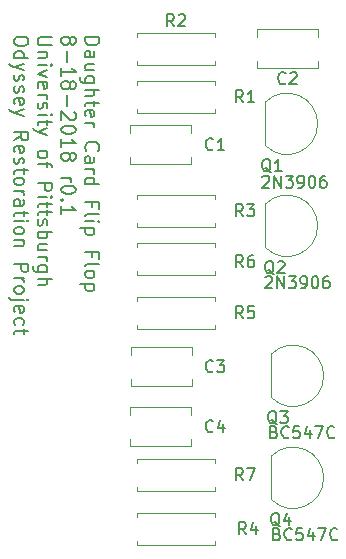
<source format=gbr>
G04 #@! TF.GenerationSoftware,KiCad,Pcbnew,(2017-12-21 revision 23d71cfa9)-makepkg*
G04 #@! TF.CreationDate,2018-08-18T12:49:31-04:00*
G04 #@! TF.ProjectId,OdysseyDaughterCardFlipFlop,4F647973736579446175676874657243,0.1*
G04 #@! TF.SameCoordinates,Original*
G04 #@! TF.FileFunction,Legend,Top*
G04 #@! TF.FilePolarity,Positive*
%FSLAX46Y46*%
G04 Gerber Fmt 4.6, Leading zero omitted, Abs format (unit mm)*
G04 Created by KiCad (PCBNEW (2017-12-21 revision 23d71cfa9)-makepkg) date 08/18/18 12:49:31*
%MOMM*%
%LPD*%
G01*
G04 APERTURE LIST*
%ADD10C,0.200000*%
%ADD11C,0.120000*%
%ADD12C,0.150000*%
G04 APERTURE END LIST*
D10*
X133267142Y-79790714D02*
X134467142Y-79790714D01*
X134467142Y-80076428D01*
X134410000Y-80247857D01*
X134295714Y-80362142D01*
X134181428Y-80419285D01*
X133952857Y-80476428D01*
X133781428Y-80476428D01*
X133552857Y-80419285D01*
X133438571Y-80362142D01*
X133324285Y-80247857D01*
X133267142Y-80076428D01*
X133267142Y-79790714D01*
X133267142Y-81505000D02*
X133895714Y-81505000D01*
X134010000Y-81447857D01*
X134067142Y-81333571D01*
X134067142Y-81105000D01*
X134010000Y-80990714D01*
X133324285Y-81505000D02*
X133267142Y-81390714D01*
X133267142Y-81105000D01*
X133324285Y-80990714D01*
X133438571Y-80933571D01*
X133552857Y-80933571D01*
X133667142Y-80990714D01*
X133724285Y-81105000D01*
X133724285Y-81390714D01*
X133781428Y-81505000D01*
X134067142Y-82590714D02*
X133267142Y-82590714D01*
X134067142Y-82076428D02*
X133438571Y-82076428D01*
X133324285Y-82133571D01*
X133267142Y-82247857D01*
X133267142Y-82419285D01*
X133324285Y-82533571D01*
X133381428Y-82590714D01*
X134067142Y-83676428D02*
X133095714Y-83676428D01*
X132981428Y-83619285D01*
X132924285Y-83562142D01*
X132867142Y-83447857D01*
X132867142Y-83276428D01*
X132924285Y-83162142D01*
X133324285Y-83676428D02*
X133267142Y-83562142D01*
X133267142Y-83333571D01*
X133324285Y-83219285D01*
X133381428Y-83162142D01*
X133495714Y-83105000D01*
X133838571Y-83105000D01*
X133952857Y-83162142D01*
X134010000Y-83219285D01*
X134067142Y-83333571D01*
X134067142Y-83562142D01*
X134010000Y-83676428D01*
X133267142Y-84247857D02*
X134467142Y-84247857D01*
X133267142Y-84762142D02*
X133895714Y-84762142D01*
X134010000Y-84705000D01*
X134067142Y-84590714D01*
X134067142Y-84419285D01*
X134010000Y-84305000D01*
X133952857Y-84247857D01*
X134067142Y-85162142D02*
X134067142Y-85619285D01*
X134467142Y-85333571D02*
X133438571Y-85333571D01*
X133324285Y-85390714D01*
X133267142Y-85505000D01*
X133267142Y-85619285D01*
X133324285Y-86476428D02*
X133267142Y-86362142D01*
X133267142Y-86133571D01*
X133324285Y-86019285D01*
X133438571Y-85962142D01*
X133895714Y-85962142D01*
X134010000Y-86019285D01*
X134067142Y-86133571D01*
X134067142Y-86362142D01*
X134010000Y-86476428D01*
X133895714Y-86533571D01*
X133781428Y-86533571D01*
X133667142Y-85962142D01*
X133267142Y-87047857D02*
X134067142Y-87047857D01*
X133838571Y-87047857D02*
X133952857Y-87105000D01*
X134010000Y-87162142D01*
X134067142Y-87276428D01*
X134067142Y-87390714D01*
X133381428Y-89390714D02*
X133324285Y-89333571D01*
X133267142Y-89162142D01*
X133267142Y-89047857D01*
X133324285Y-88876428D01*
X133438571Y-88762142D01*
X133552857Y-88705000D01*
X133781428Y-88647857D01*
X133952857Y-88647857D01*
X134181428Y-88705000D01*
X134295714Y-88762142D01*
X134410000Y-88876428D01*
X134467142Y-89047857D01*
X134467142Y-89162142D01*
X134410000Y-89333571D01*
X134352857Y-89390714D01*
X133267142Y-90419285D02*
X133895714Y-90419285D01*
X134010000Y-90362142D01*
X134067142Y-90247857D01*
X134067142Y-90019285D01*
X134010000Y-89905000D01*
X133324285Y-90419285D02*
X133267142Y-90305000D01*
X133267142Y-90019285D01*
X133324285Y-89905000D01*
X133438571Y-89847857D01*
X133552857Y-89847857D01*
X133667142Y-89905000D01*
X133724285Y-90019285D01*
X133724285Y-90305000D01*
X133781428Y-90419285D01*
X133267142Y-90990714D02*
X134067142Y-90990714D01*
X133838571Y-90990714D02*
X133952857Y-91047857D01*
X134010000Y-91105000D01*
X134067142Y-91219285D01*
X134067142Y-91333571D01*
X133267142Y-92247857D02*
X134467142Y-92247857D01*
X133324285Y-92247857D02*
X133267142Y-92133571D01*
X133267142Y-91905000D01*
X133324285Y-91790714D01*
X133381428Y-91733571D01*
X133495714Y-91676428D01*
X133838571Y-91676428D01*
X133952857Y-91733571D01*
X134010000Y-91790714D01*
X134067142Y-91905000D01*
X134067142Y-92133571D01*
X134010000Y-92247857D01*
X133895714Y-94133571D02*
X133895714Y-93733571D01*
X133267142Y-93733571D02*
X134467142Y-93733571D01*
X134467142Y-94305000D01*
X133267142Y-94933571D02*
X133324285Y-94819285D01*
X133438571Y-94762142D01*
X134467142Y-94762142D01*
X133267142Y-95390714D02*
X134067142Y-95390714D01*
X134467142Y-95390714D02*
X134410000Y-95333571D01*
X134352857Y-95390714D01*
X134410000Y-95447857D01*
X134467142Y-95390714D01*
X134352857Y-95390714D01*
X134067142Y-95962142D02*
X132867142Y-95962142D01*
X134010000Y-95962142D02*
X134067142Y-96076428D01*
X134067142Y-96305000D01*
X134010000Y-96419285D01*
X133952857Y-96476428D01*
X133838571Y-96533571D01*
X133495714Y-96533571D01*
X133381428Y-96476428D01*
X133324285Y-96419285D01*
X133267142Y-96305000D01*
X133267142Y-96076428D01*
X133324285Y-95962142D01*
X133895714Y-98362142D02*
X133895714Y-97962142D01*
X133267142Y-97962142D02*
X134467142Y-97962142D01*
X134467142Y-98533571D01*
X133267142Y-99162142D02*
X133324285Y-99047857D01*
X133438571Y-98990714D01*
X134467142Y-98990714D01*
X133267142Y-99790714D02*
X133324285Y-99676428D01*
X133381428Y-99619285D01*
X133495714Y-99562142D01*
X133838571Y-99562142D01*
X133952857Y-99619285D01*
X134010000Y-99676428D01*
X134067142Y-99790714D01*
X134067142Y-99962142D01*
X134010000Y-100076428D01*
X133952857Y-100133571D01*
X133838571Y-100190714D01*
X133495714Y-100190714D01*
X133381428Y-100133571D01*
X133324285Y-100076428D01*
X133267142Y-99962142D01*
X133267142Y-99790714D01*
X134067142Y-100705000D02*
X132867142Y-100705000D01*
X134010000Y-100705000D02*
X134067142Y-100819285D01*
X134067142Y-101047857D01*
X134010000Y-101162142D01*
X133952857Y-101219285D01*
X133838571Y-101276428D01*
X133495714Y-101276428D01*
X133381428Y-101219285D01*
X133324285Y-101162142D01*
X133267142Y-101047857D01*
X133267142Y-100819285D01*
X133324285Y-100705000D01*
X131952857Y-79962142D02*
X132010000Y-79847857D01*
X132067142Y-79790714D01*
X132181428Y-79733571D01*
X132238571Y-79733571D01*
X132352857Y-79790714D01*
X132410000Y-79847857D01*
X132467142Y-79962142D01*
X132467142Y-80190714D01*
X132410000Y-80305000D01*
X132352857Y-80362142D01*
X132238571Y-80419285D01*
X132181428Y-80419285D01*
X132067142Y-80362142D01*
X132010000Y-80305000D01*
X131952857Y-80190714D01*
X131952857Y-79962142D01*
X131895714Y-79847857D01*
X131838571Y-79790714D01*
X131724285Y-79733571D01*
X131495714Y-79733571D01*
X131381428Y-79790714D01*
X131324285Y-79847857D01*
X131267142Y-79962142D01*
X131267142Y-80190714D01*
X131324285Y-80305000D01*
X131381428Y-80362142D01*
X131495714Y-80419285D01*
X131724285Y-80419285D01*
X131838571Y-80362142D01*
X131895714Y-80305000D01*
X131952857Y-80190714D01*
X131724285Y-80933571D02*
X131724285Y-81847857D01*
X131267142Y-83047857D02*
X131267142Y-82362142D01*
X131267142Y-82705000D02*
X132467142Y-82705000D01*
X132295714Y-82590714D01*
X132181428Y-82476428D01*
X132124285Y-82362142D01*
X131952857Y-83733571D02*
X132010000Y-83619285D01*
X132067142Y-83562142D01*
X132181428Y-83505000D01*
X132238571Y-83505000D01*
X132352857Y-83562142D01*
X132410000Y-83619285D01*
X132467142Y-83733571D01*
X132467142Y-83962142D01*
X132410000Y-84076428D01*
X132352857Y-84133571D01*
X132238571Y-84190714D01*
X132181428Y-84190714D01*
X132067142Y-84133571D01*
X132010000Y-84076428D01*
X131952857Y-83962142D01*
X131952857Y-83733571D01*
X131895714Y-83619285D01*
X131838571Y-83562142D01*
X131724285Y-83505000D01*
X131495714Y-83505000D01*
X131381428Y-83562142D01*
X131324285Y-83619285D01*
X131267142Y-83733571D01*
X131267142Y-83962142D01*
X131324285Y-84076428D01*
X131381428Y-84133571D01*
X131495714Y-84190714D01*
X131724285Y-84190714D01*
X131838571Y-84133571D01*
X131895714Y-84076428D01*
X131952857Y-83962142D01*
X131724285Y-84705000D02*
X131724285Y-85619285D01*
X132352857Y-86133571D02*
X132410000Y-86190714D01*
X132467142Y-86305000D01*
X132467142Y-86590714D01*
X132410000Y-86705000D01*
X132352857Y-86762142D01*
X132238571Y-86819285D01*
X132124285Y-86819285D01*
X131952857Y-86762142D01*
X131267142Y-86076428D01*
X131267142Y-86819285D01*
X132467142Y-87562142D02*
X132467142Y-87676428D01*
X132410000Y-87790714D01*
X132352857Y-87847857D01*
X132238571Y-87905000D01*
X132010000Y-87962142D01*
X131724285Y-87962142D01*
X131495714Y-87905000D01*
X131381428Y-87847857D01*
X131324285Y-87790714D01*
X131267142Y-87676428D01*
X131267142Y-87562142D01*
X131324285Y-87447857D01*
X131381428Y-87390714D01*
X131495714Y-87333571D01*
X131724285Y-87276428D01*
X132010000Y-87276428D01*
X132238571Y-87333571D01*
X132352857Y-87390714D01*
X132410000Y-87447857D01*
X132467142Y-87562142D01*
X131267142Y-89105000D02*
X131267142Y-88419285D01*
X131267142Y-88762142D02*
X132467142Y-88762142D01*
X132295714Y-88647857D01*
X132181428Y-88533571D01*
X132124285Y-88419285D01*
X131952857Y-89790714D02*
X132010000Y-89676428D01*
X132067142Y-89619285D01*
X132181428Y-89562142D01*
X132238571Y-89562142D01*
X132352857Y-89619285D01*
X132410000Y-89676428D01*
X132467142Y-89790714D01*
X132467142Y-90019285D01*
X132410000Y-90133571D01*
X132352857Y-90190714D01*
X132238571Y-90247857D01*
X132181428Y-90247857D01*
X132067142Y-90190714D01*
X132010000Y-90133571D01*
X131952857Y-90019285D01*
X131952857Y-89790714D01*
X131895714Y-89676428D01*
X131838571Y-89619285D01*
X131724285Y-89562142D01*
X131495714Y-89562142D01*
X131381428Y-89619285D01*
X131324285Y-89676428D01*
X131267142Y-89790714D01*
X131267142Y-90019285D01*
X131324285Y-90133571D01*
X131381428Y-90190714D01*
X131495714Y-90247857D01*
X131724285Y-90247857D01*
X131838571Y-90190714D01*
X131895714Y-90133571D01*
X131952857Y-90019285D01*
X131267142Y-91676428D02*
X132067142Y-91676428D01*
X131838571Y-91676428D02*
X131952857Y-91733571D01*
X132010000Y-91790714D01*
X132067142Y-91905000D01*
X132067142Y-92019285D01*
X132467142Y-92647857D02*
X132467142Y-92762142D01*
X132410000Y-92876428D01*
X132352857Y-92933571D01*
X132238571Y-92990714D01*
X132010000Y-93047857D01*
X131724285Y-93047857D01*
X131495714Y-92990714D01*
X131381428Y-92933571D01*
X131324285Y-92876428D01*
X131267142Y-92762142D01*
X131267142Y-92647857D01*
X131324285Y-92533571D01*
X131381428Y-92476428D01*
X131495714Y-92419285D01*
X131724285Y-92362142D01*
X132010000Y-92362142D01*
X132238571Y-92419285D01*
X132352857Y-92476428D01*
X132410000Y-92533571D01*
X132467142Y-92647857D01*
X131381428Y-93562142D02*
X131324285Y-93619285D01*
X131267142Y-93562142D01*
X131324285Y-93505000D01*
X131381428Y-93562142D01*
X131267142Y-93562142D01*
X131267142Y-94762142D02*
X131267142Y-94076428D01*
X131267142Y-94419285D02*
X132467142Y-94419285D01*
X132295714Y-94305000D01*
X132181428Y-94190714D01*
X132124285Y-94076428D01*
X130467142Y-79790714D02*
X129495714Y-79790714D01*
X129381428Y-79847857D01*
X129324285Y-79905000D01*
X129267142Y-80019285D01*
X129267142Y-80247857D01*
X129324285Y-80362142D01*
X129381428Y-80419285D01*
X129495714Y-80476428D01*
X130467142Y-80476428D01*
X130067142Y-81047857D02*
X129267142Y-81047857D01*
X129952857Y-81047857D02*
X130010000Y-81105000D01*
X130067142Y-81219285D01*
X130067142Y-81390714D01*
X130010000Y-81505000D01*
X129895714Y-81562142D01*
X129267142Y-81562142D01*
X129267142Y-82133571D02*
X130067142Y-82133571D01*
X130467142Y-82133571D02*
X130410000Y-82076428D01*
X130352857Y-82133571D01*
X130410000Y-82190714D01*
X130467142Y-82133571D01*
X130352857Y-82133571D01*
X130067142Y-82590714D02*
X129267142Y-82876428D01*
X130067142Y-83162142D01*
X129324285Y-84076428D02*
X129267142Y-83962142D01*
X129267142Y-83733571D01*
X129324285Y-83619285D01*
X129438571Y-83562142D01*
X129895714Y-83562142D01*
X130010000Y-83619285D01*
X130067142Y-83733571D01*
X130067142Y-83962142D01*
X130010000Y-84076428D01*
X129895714Y-84133571D01*
X129781428Y-84133571D01*
X129667142Y-83562142D01*
X129267142Y-84647857D02*
X130067142Y-84647857D01*
X129838571Y-84647857D02*
X129952857Y-84705000D01*
X130010000Y-84762142D01*
X130067142Y-84876428D01*
X130067142Y-84990714D01*
X129324285Y-85333571D02*
X129267142Y-85447857D01*
X129267142Y-85676428D01*
X129324285Y-85790714D01*
X129438571Y-85847857D01*
X129495714Y-85847857D01*
X129610000Y-85790714D01*
X129667142Y-85676428D01*
X129667142Y-85505000D01*
X129724285Y-85390714D01*
X129838571Y-85333571D01*
X129895714Y-85333571D01*
X130010000Y-85390714D01*
X130067142Y-85505000D01*
X130067142Y-85676428D01*
X130010000Y-85790714D01*
X129267142Y-86362142D02*
X130067142Y-86362142D01*
X130467142Y-86362142D02*
X130410000Y-86305000D01*
X130352857Y-86362142D01*
X130410000Y-86419285D01*
X130467142Y-86362142D01*
X130352857Y-86362142D01*
X130067142Y-86762142D02*
X130067142Y-87219285D01*
X130467142Y-86933571D02*
X129438571Y-86933571D01*
X129324285Y-86990714D01*
X129267142Y-87105000D01*
X129267142Y-87219285D01*
X130067142Y-87505000D02*
X129267142Y-87790714D01*
X130067142Y-88076428D02*
X129267142Y-87790714D01*
X128981428Y-87676428D01*
X128924285Y-87619285D01*
X128867142Y-87505000D01*
X129267142Y-89619285D02*
X129324285Y-89505000D01*
X129381428Y-89447857D01*
X129495714Y-89390714D01*
X129838571Y-89390714D01*
X129952857Y-89447857D01*
X130010000Y-89505000D01*
X130067142Y-89619285D01*
X130067142Y-89790714D01*
X130010000Y-89905000D01*
X129952857Y-89962142D01*
X129838571Y-90019285D01*
X129495714Y-90019285D01*
X129381428Y-89962142D01*
X129324285Y-89905000D01*
X129267142Y-89790714D01*
X129267142Y-89619285D01*
X130067142Y-90362142D02*
X130067142Y-90819285D01*
X129267142Y-90533571D02*
X130295714Y-90533571D01*
X130410000Y-90590714D01*
X130467142Y-90705000D01*
X130467142Y-90819285D01*
X129267142Y-92133571D02*
X130467142Y-92133571D01*
X130467142Y-92590714D01*
X130410000Y-92705000D01*
X130352857Y-92762142D01*
X130238571Y-92819285D01*
X130067142Y-92819285D01*
X129952857Y-92762142D01*
X129895714Y-92705000D01*
X129838571Y-92590714D01*
X129838571Y-92133571D01*
X129267142Y-93333571D02*
X130067142Y-93333571D01*
X130467142Y-93333571D02*
X130410000Y-93276428D01*
X130352857Y-93333571D01*
X130410000Y-93390714D01*
X130467142Y-93333571D01*
X130352857Y-93333571D01*
X130067142Y-93733571D02*
X130067142Y-94190714D01*
X130467142Y-93905000D02*
X129438571Y-93905000D01*
X129324285Y-93962142D01*
X129267142Y-94076428D01*
X129267142Y-94190714D01*
X130067142Y-94419285D02*
X130067142Y-94876428D01*
X130467142Y-94590714D02*
X129438571Y-94590714D01*
X129324285Y-94647857D01*
X129267142Y-94762142D01*
X129267142Y-94876428D01*
X129324285Y-95219285D02*
X129267142Y-95333571D01*
X129267142Y-95562142D01*
X129324285Y-95676428D01*
X129438571Y-95733571D01*
X129495714Y-95733571D01*
X129610000Y-95676428D01*
X129667142Y-95562142D01*
X129667142Y-95390714D01*
X129724285Y-95276428D01*
X129838571Y-95219285D01*
X129895714Y-95219285D01*
X130010000Y-95276428D01*
X130067142Y-95390714D01*
X130067142Y-95562142D01*
X130010000Y-95676428D01*
X129267142Y-96247857D02*
X130467142Y-96247857D01*
X130010000Y-96247857D02*
X130067142Y-96362142D01*
X130067142Y-96590714D01*
X130010000Y-96705000D01*
X129952857Y-96762142D01*
X129838571Y-96819285D01*
X129495714Y-96819285D01*
X129381428Y-96762142D01*
X129324285Y-96705000D01*
X129267142Y-96590714D01*
X129267142Y-96362142D01*
X129324285Y-96247857D01*
X130067142Y-97847857D02*
X129267142Y-97847857D01*
X130067142Y-97333571D02*
X129438571Y-97333571D01*
X129324285Y-97390714D01*
X129267142Y-97505000D01*
X129267142Y-97676428D01*
X129324285Y-97790714D01*
X129381428Y-97847857D01*
X129267142Y-98419285D02*
X130067142Y-98419285D01*
X129838571Y-98419285D02*
X129952857Y-98476428D01*
X130010000Y-98533571D01*
X130067142Y-98647857D01*
X130067142Y-98762142D01*
X130067142Y-99676428D02*
X129095714Y-99676428D01*
X128981428Y-99619285D01*
X128924285Y-99562142D01*
X128867142Y-99447857D01*
X128867142Y-99276428D01*
X128924285Y-99162142D01*
X129324285Y-99676428D02*
X129267142Y-99562142D01*
X129267142Y-99333571D01*
X129324285Y-99219285D01*
X129381428Y-99162142D01*
X129495714Y-99105000D01*
X129838571Y-99105000D01*
X129952857Y-99162142D01*
X130010000Y-99219285D01*
X130067142Y-99333571D01*
X130067142Y-99562142D01*
X130010000Y-99676428D01*
X129267142Y-100247857D02*
X130467142Y-100247857D01*
X129267142Y-100762142D02*
X129895714Y-100762142D01*
X130010000Y-100705000D01*
X130067142Y-100590714D01*
X130067142Y-100419285D01*
X130010000Y-100305000D01*
X129952857Y-100247857D01*
X128467142Y-80019285D02*
X128467142Y-80247857D01*
X128410000Y-80362142D01*
X128295714Y-80476428D01*
X128067142Y-80533571D01*
X127667142Y-80533571D01*
X127438571Y-80476428D01*
X127324285Y-80362142D01*
X127267142Y-80247857D01*
X127267142Y-80019285D01*
X127324285Y-79905000D01*
X127438571Y-79790714D01*
X127667142Y-79733571D01*
X128067142Y-79733571D01*
X128295714Y-79790714D01*
X128410000Y-79905000D01*
X128467142Y-80019285D01*
X127267142Y-81562142D02*
X128467142Y-81562142D01*
X127324285Y-81562142D02*
X127267142Y-81447857D01*
X127267142Y-81219285D01*
X127324285Y-81105000D01*
X127381428Y-81047857D01*
X127495714Y-80990714D01*
X127838571Y-80990714D01*
X127952857Y-81047857D01*
X128010000Y-81105000D01*
X128067142Y-81219285D01*
X128067142Y-81447857D01*
X128010000Y-81562142D01*
X128067142Y-82019285D02*
X127267142Y-82305000D01*
X128067142Y-82590714D02*
X127267142Y-82305000D01*
X126981428Y-82190714D01*
X126924285Y-82133571D01*
X126867142Y-82019285D01*
X127324285Y-82990714D02*
X127267142Y-83105000D01*
X127267142Y-83333571D01*
X127324285Y-83447857D01*
X127438571Y-83505000D01*
X127495714Y-83505000D01*
X127610000Y-83447857D01*
X127667142Y-83333571D01*
X127667142Y-83162142D01*
X127724285Y-83047857D01*
X127838571Y-82990714D01*
X127895714Y-82990714D01*
X128010000Y-83047857D01*
X128067142Y-83162142D01*
X128067142Y-83333571D01*
X128010000Y-83447857D01*
X127324285Y-83962142D02*
X127267142Y-84076428D01*
X127267142Y-84305000D01*
X127324285Y-84419285D01*
X127438571Y-84476428D01*
X127495714Y-84476428D01*
X127610000Y-84419285D01*
X127667142Y-84305000D01*
X127667142Y-84133571D01*
X127724285Y-84019285D01*
X127838571Y-83962142D01*
X127895714Y-83962142D01*
X128010000Y-84019285D01*
X128067142Y-84133571D01*
X128067142Y-84305000D01*
X128010000Y-84419285D01*
X127324285Y-85447857D02*
X127267142Y-85333571D01*
X127267142Y-85105000D01*
X127324285Y-84990714D01*
X127438571Y-84933571D01*
X127895714Y-84933571D01*
X128010000Y-84990714D01*
X128067142Y-85105000D01*
X128067142Y-85333571D01*
X128010000Y-85447857D01*
X127895714Y-85505000D01*
X127781428Y-85505000D01*
X127667142Y-84933571D01*
X128067142Y-85905000D02*
X127267142Y-86190714D01*
X128067142Y-86476428D02*
X127267142Y-86190714D01*
X126981428Y-86076428D01*
X126924285Y-86019285D01*
X126867142Y-85905000D01*
X127267142Y-88533571D02*
X127838571Y-88133571D01*
X127267142Y-87847857D02*
X128467142Y-87847857D01*
X128467142Y-88305000D01*
X128410000Y-88419285D01*
X128352857Y-88476428D01*
X128238571Y-88533571D01*
X128067142Y-88533571D01*
X127952857Y-88476428D01*
X127895714Y-88419285D01*
X127838571Y-88305000D01*
X127838571Y-87847857D01*
X127324285Y-89505000D02*
X127267142Y-89390714D01*
X127267142Y-89162142D01*
X127324285Y-89047857D01*
X127438571Y-88990714D01*
X127895714Y-88990714D01*
X128010000Y-89047857D01*
X128067142Y-89162142D01*
X128067142Y-89390714D01*
X128010000Y-89505000D01*
X127895714Y-89562142D01*
X127781428Y-89562142D01*
X127667142Y-88990714D01*
X127324285Y-90019285D02*
X127267142Y-90133571D01*
X127267142Y-90362142D01*
X127324285Y-90476428D01*
X127438571Y-90533571D01*
X127495714Y-90533571D01*
X127610000Y-90476428D01*
X127667142Y-90362142D01*
X127667142Y-90190714D01*
X127724285Y-90076428D01*
X127838571Y-90019285D01*
X127895714Y-90019285D01*
X128010000Y-90076428D01*
X128067142Y-90190714D01*
X128067142Y-90362142D01*
X128010000Y-90476428D01*
X128067142Y-90876428D02*
X128067142Y-91333571D01*
X128467142Y-91047857D02*
X127438571Y-91047857D01*
X127324285Y-91105000D01*
X127267142Y-91219285D01*
X127267142Y-91333571D01*
X127267142Y-91905000D02*
X127324285Y-91790714D01*
X127381428Y-91733571D01*
X127495714Y-91676428D01*
X127838571Y-91676428D01*
X127952857Y-91733571D01*
X128010000Y-91790714D01*
X128067142Y-91905000D01*
X128067142Y-92076428D01*
X128010000Y-92190714D01*
X127952857Y-92247857D01*
X127838571Y-92305000D01*
X127495714Y-92305000D01*
X127381428Y-92247857D01*
X127324285Y-92190714D01*
X127267142Y-92076428D01*
X127267142Y-91905000D01*
X127267142Y-92819285D02*
X128067142Y-92819285D01*
X127838571Y-92819285D02*
X127952857Y-92876428D01*
X128010000Y-92933571D01*
X128067142Y-93047857D01*
X128067142Y-93162142D01*
X127267142Y-94076428D02*
X127895714Y-94076428D01*
X128010000Y-94019285D01*
X128067142Y-93905000D01*
X128067142Y-93676428D01*
X128010000Y-93562142D01*
X127324285Y-94076428D02*
X127267142Y-93962142D01*
X127267142Y-93676428D01*
X127324285Y-93562142D01*
X127438571Y-93505000D01*
X127552857Y-93505000D01*
X127667142Y-93562142D01*
X127724285Y-93676428D01*
X127724285Y-93962142D01*
X127781428Y-94076428D01*
X128067142Y-94476428D02*
X128067142Y-94933571D01*
X128467142Y-94647857D02*
X127438571Y-94647857D01*
X127324285Y-94705000D01*
X127267142Y-94819285D01*
X127267142Y-94933571D01*
X127267142Y-95333571D02*
X128067142Y-95333571D01*
X128467142Y-95333571D02*
X128410000Y-95276428D01*
X128352857Y-95333571D01*
X128410000Y-95390714D01*
X128467142Y-95333571D01*
X128352857Y-95333571D01*
X127267142Y-96076428D02*
X127324285Y-95962142D01*
X127381428Y-95905000D01*
X127495714Y-95847857D01*
X127838571Y-95847857D01*
X127952857Y-95905000D01*
X128010000Y-95962142D01*
X128067142Y-96076428D01*
X128067142Y-96247857D01*
X128010000Y-96362142D01*
X127952857Y-96419285D01*
X127838571Y-96476428D01*
X127495714Y-96476428D01*
X127381428Y-96419285D01*
X127324285Y-96362142D01*
X127267142Y-96247857D01*
X127267142Y-96076428D01*
X128067142Y-96990714D02*
X127267142Y-96990714D01*
X127952857Y-96990714D02*
X128010000Y-97047857D01*
X128067142Y-97162142D01*
X128067142Y-97333571D01*
X128010000Y-97447857D01*
X127895714Y-97505000D01*
X127267142Y-97505000D01*
X127267142Y-98990714D02*
X128467142Y-98990714D01*
X128467142Y-99447857D01*
X128410000Y-99562142D01*
X128352857Y-99619285D01*
X128238571Y-99676428D01*
X128067142Y-99676428D01*
X127952857Y-99619285D01*
X127895714Y-99562142D01*
X127838571Y-99447857D01*
X127838571Y-98990714D01*
X127267142Y-100190714D02*
X128067142Y-100190714D01*
X127838571Y-100190714D02*
X127952857Y-100247857D01*
X128010000Y-100305000D01*
X128067142Y-100419285D01*
X128067142Y-100533571D01*
X127267142Y-101105000D02*
X127324285Y-100990714D01*
X127381428Y-100933571D01*
X127495714Y-100876428D01*
X127838571Y-100876428D01*
X127952857Y-100933571D01*
X128010000Y-100990714D01*
X128067142Y-101105000D01*
X128067142Y-101276428D01*
X128010000Y-101390714D01*
X127952857Y-101447857D01*
X127838571Y-101505000D01*
X127495714Y-101505000D01*
X127381428Y-101447857D01*
X127324285Y-101390714D01*
X127267142Y-101276428D01*
X127267142Y-101105000D01*
X128067142Y-102019285D02*
X127038571Y-102019285D01*
X126924285Y-101962142D01*
X126867142Y-101847857D01*
X126867142Y-101790714D01*
X128467142Y-102019285D02*
X128410000Y-101962142D01*
X128352857Y-102019285D01*
X128410000Y-102076428D01*
X128467142Y-102019285D01*
X128352857Y-102019285D01*
X127324285Y-103047857D02*
X127267142Y-102933571D01*
X127267142Y-102705000D01*
X127324285Y-102590714D01*
X127438571Y-102533571D01*
X127895714Y-102533571D01*
X128010000Y-102590714D01*
X128067142Y-102705000D01*
X128067142Y-102933571D01*
X128010000Y-103047857D01*
X127895714Y-103105000D01*
X127781428Y-103105000D01*
X127667142Y-102533571D01*
X127324285Y-104133571D02*
X127267142Y-104019285D01*
X127267142Y-103790714D01*
X127324285Y-103676428D01*
X127381428Y-103619285D01*
X127495714Y-103562142D01*
X127838571Y-103562142D01*
X127952857Y-103619285D01*
X128010000Y-103676428D01*
X128067142Y-103790714D01*
X128067142Y-104019285D01*
X128010000Y-104133571D01*
X128067142Y-104476428D02*
X128067142Y-104933571D01*
X128467142Y-104647857D02*
X127438571Y-104647857D01*
X127324285Y-104705000D01*
X127267142Y-104819285D01*
X127267142Y-104933571D01*
D11*
X142270000Y-89896000D02*
X142270000Y-90560000D01*
X142270000Y-87240000D02*
X142270000Y-87904000D01*
X137050000Y-89896000D02*
X137050000Y-90560000D01*
X137050000Y-87240000D02*
X137050000Y-87904000D01*
X137050000Y-90560000D02*
X142270000Y-90560000D01*
X137050000Y-87240000D02*
X142270000Y-87240000D01*
X147798000Y-79776000D02*
X147798000Y-79112000D01*
X147798000Y-82432000D02*
X147798000Y-81768000D01*
X153018000Y-79776000D02*
X153018000Y-79112000D01*
X153018000Y-82432000D02*
X153018000Y-81768000D01*
X153018000Y-79112000D02*
X147798000Y-79112000D01*
X153018000Y-82432000D02*
X147798000Y-82432000D01*
X142350000Y-109356000D02*
X137130000Y-109356000D01*
X142350000Y-106036000D02*
X137130000Y-106036000D01*
X142350000Y-109356000D02*
X142350000Y-108692000D01*
X142350000Y-106700000D02*
X142350000Y-106036000D01*
X137130000Y-109356000D02*
X137130000Y-108692000D01*
X137130000Y-106700000D02*
X137130000Y-106036000D01*
X137050000Y-111116000D02*
X142270000Y-111116000D01*
X137050000Y-114436000D02*
X142270000Y-114436000D01*
X137050000Y-111116000D02*
X137050000Y-111780000D01*
X137050000Y-113772000D02*
X137050000Y-114436000D01*
X142270000Y-111116000D02*
X142270000Y-111780000D01*
X142270000Y-113772000D02*
X142270000Y-114436000D01*
X148518000Y-85322000D02*
X148518000Y-88922000D01*
X148529522Y-85283522D02*
G75*
G02X152968000Y-87122000I1838478J-1838478D01*
G01*
X148529522Y-88960478D02*
G75*
G03X152968000Y-87122000I1838478J1838478D01*
G01*
X148529522Y-97596478D02*
G75*
G03X152968000Y-95758000I1838478J1838478D01*
G01*
X148529522Y-93919522D02*
G75*
G02X152968000Y-95758000I1838478J-1838478D01*
G01*
X148518000Y-93958000D02*
X148518000Y-97558000D01*
X149026000Y-106658000D02*
X149026000Y-110258000D01*
X149037522Y-106619522D02*
G75*
G02X153476000Y-108458000I1838478J-1838478D01*
G01*
X149037522Y-110296478D02*
G75*
G03X153476000Y-108458000I1838478J1838478D01*
G01*
X149037522Y-118932478D02*
G75*
G03X153476000Y-117094000I1838478J1838478D01*
G01*
X149037522Y-115255522D02*
G75*
G02X153476000Y-117094000I1838478J-1838478D01*
G01*
X149026000Y-115294000D02*
X149026000Y-118894000D01*
X137700000Y-83796000D02*
X137700000Y-83466000D01*
X137700000Y-83466000D02*
X144240000Y-83466000D01*
X144240000Y-83466000D02*
X144240000Y-83796000D01*
X137700000Y-85876000D02*
X137700000Y-86206000D01*
X137700000Y-86206000D02*
X144240000Y-86206000D01*
X144240000Y-86206000D02*
X144240000Y-85876000D01*
X144240000Y-82142000D02*
X144240000Y-81812000D01*
X137700000Y-82142000D02*
X144240000Y-82142000D01*
X137700000Y-81812000D02*
X137700000Y-82142000D01*
X144240000Y-79402000D02*
X144240000Y-79732000D01*
X137700000Y-79402000D02*
X144240000Y-79402000D01*
X137700000Y-79732000D02*
X137700000Y-79402000D01*
X137700000Y-93118000D02*
X137700000Y-93448000D01*
X144240000Y-93118000D02*
X137700000Y-93118000D01*
X144240000Y-93448000D02*
X144240000Y-93118000D01*
X137700000Y-95858000D02*
X137700000Y-95528000D01*
X144240000Y-95858000D02*
X137700000Y-95858000D01*
X144240000Y-95528000D02*
X144240000Y-95858000D01*
X144240000Y-122782000D02*
X144240000Y-122452000D01*
X137700000Y-122782000D02*
X144240000Y-122782000D01*
X137700000Y-122452000D02*
X137700000Y-122782000D01*
X144240000Y-120042000D02*
X144240000Y-120372000D01*
X137700000Y-120042000D02*
X144240000Y-120042000D01*
X137700000Y-120372000D02*
X137700000Y-120042000D01*
X137700000Y-102084000D02*
X137700000Y-101754000D01*
X137700000Y-101754000D02*
X144240000Y-101754000D01*
X144240000Y-101754000D02*
X144240000Y-102084000D01*
X137700000Y-104164000D02*
X137700000Y-104494000D01*
X137700000Y-104494000D02*
X144240000Y-104494000D01*
X144240000Y-104494000D02*
X144240000Y-104164000D01*
X137700000Y-97512000D02*
X137700000Y-97182000D01*
X137700000Y-97182000D02*
X144240000Y-97182000D01*
X144240000Y-97182000D02*
X144240000Y-97512000D01*
X137700000Y-99592000D02*
X137700000Y-99922000D01*
X137700000Y-99922000D02*
X144240000Y-99922000D01*
X144240000Y-99922000D02*
X144240000Y-99592000D01*
X144240000Y-117880000D02*
X144240000Y-118210000D01*
X144240000Y-118210000D02*
X137700000Y-118210000D01*
X137700000Y-118210000D02*
X137700000Y-117880000D01*
X144240000Y-115800000D02*
X144240000Y-115470000D01*
X144240000Y-115470000D02*
X137700000Y-115470000D01*
X137700000Y-115470000D02*
X137700000Y-115800000D01*
D12*
X144105333Y-89257142D02*
X144057714Y-89304761D01*
X143914857Y-89352380D01*
X143819619Y-89352380D01*
X143676761Y-89304761D01*
X143581523Y-89209523D01*
X143533904Y-89114285D01*
X143486285Y-88923809D01*
X143486285Y-88780952D01*
X143533904Y-88590476D01*
X143581523Y-88495238D01*
X143676761Y-88400000D01*
X143819619Y-88352380D01*
X143914857Y-88352380D01*
X144057714Y-88400000D01*
X144105333Y-88447619D01*
X145057714Y-89352380D02*
X144486285Y-89352380D01*
X144772000Y-89352380D02*
X144772000Y-88352380D01*
X144676761Y-88495238D01*
X144581523Y-88590476D01*
X144486285Y-88638095D01*
X150241333Y-83669142D02*
X150193714Y-83716761D01*
X150050857Y-83764380D01*
X149955619Y-83764380D01*
X149812761Y-83716761D01*
X149717523Y-83621523D01*
X149669904Y-83526285D01*
X149622285Y-83335809D01*
X149622285Y-83192952D01*
X149669904Y-83002476D01*
X149717523Y-82907238D01*
X149812761Y-82812000D01*
X149955619Y-82764380D01*
X150050857Y-82764380D01*
X150193714Y-82812000D01*
X150241333Y-82859619D01*
X150622285Y-82859619D02*
X150669904Y-82812000D01*
X150765142Y-82764380D01*
X151003238Y-82764380D01*
X151098476Y-82812000D01*
X151146095Y-82859619D01*
X151193714Y-82954857D01*
X151193714Y-83050095D01*
X151146095Y-83192952D01*
X150574666Y-83764380D01*
X151193714Y-83764380D01*
X144105333Y-108053142D02*
X144057714Y-108100761D01*
X143914857Y-108148380D01*
X143819619Y-108148380D01*
X143676761Y-108100761D01*
X143581523Y-108005523D01*
X143533904Y-107910285D01*
X143486285Y-107719809D01*
X143486285Y-107576952D01*
X143533904Y-107386476D01*
X143581523Y-107291238D01*
X143676761Y-107196000D01*
X143819619Y-107148380D01*
X143914857Y-107148380D01*
X144057714Y-107196000D01*
X144105333Y-107243619D01*
X144438666Y-107148380D02*
X145057714Y-107148380D01*
X144724380Y-107529333D01*
X144867238Y-107529333D01*
X144962476Y-107576952D01*
X145010095Y-107624571D01*
X145057714Y-107719809D01*
X145057714Y-107957904D01*
X145010095Y-108053142D01*
X144962476Y-108100761D01*
X144867238Y-108148380D01*
X144581523Y-108148380D01*
X144486285Y-108100761D01*
X144438666Y-108053142D01*
X144105333Y-113133142D02*
X144057714Y-113180761D01*
X143914857Y-113228380D01*
X143819619Y-113228380D01*
X143676761Y-113180761D01*
X143581523Y-113085523D01*
X143533904Y-112990285D01*
X143486285Y-112799809D01*
X143486285Y-112656952D01*
X143533904Y-112466476D01*
X143581523Y-112371238D01*
X143676761Y-112276000D01*
X143819619Y-112228380D01*
X143914857Y-112228380D01*
X144057714Y-112276000D01*
X144105333Y-112323619D01*
X144962476Y-112561714D02*
X144962476Y-113228380D01*
X144724380Y-112180761D02*
X144486285Y-112895047D01*
X145105333Y-112895047D01*
X149002761Y-91225619D02*
X148907523Y-91178000D01*
X148812285Y-91082761D01*
X148669428Y-90939904D01*
X148574190Y-90892285D01*
X148478952Y-90892285D01*
X148526571Y-91130380D02*
X148431333Y-91082761D01*
X148336095Y-90987523D01*
X148288476Y-90797047D01*
X148288476Y-90463714D01*
X148336095Y-90273238D01*
X148431333Y-90178000D01*
X148526571Y-90130380D01*
X148717047Y-90130380D01*
X148812285Y-90178000D01*
X148907523Y-90273238D01*
X148955142Y-90463714D01*
X148955142Y-90797047D01*
X148907523Y-90987523D01*
X148812285Y-91082761D01*
X148717047Y-91130380D01*
X148526571Y-91130380D01*
X149907523Y-91130380D02*
X149336095Y-91130380D01*
X149621809Y-91130380D02*
X149621809Y-90130380D01*
X149526571Y-90273238D01*
X149431333Y-90368476D01*
X149336095Y-90416095D01*
X148288714Y-91622619D02*
X148336333Y-91575000D01*
X148431571Y-91527380D01*
X148669666Y-91527380D01*
X148764904Y-91575000D01*
X148812523Y-91622619D01*
X148860142Y-91717857D01*
X148860142Y-91813095D01*
X148812523Y-91955952D01*
X148241095Y-92527380D01*
X148860142Y-92527380D01*
X149288714Y-92527380D02*
X149288714Y-91527380D01*
X149860142Y-92527380D01*
X149860142Y-91527380D01*
X150241095Y-91527380D02*
X150860142Y-91527380D01*
X150526809Y-91908333D01*
X150669666Y-91908333D01*
X150764904Y-91955952D01*
X150812523Y-92003571D01*
X150860142Y-92098809D01*
X150860142Y-92336904D01*
X150812523Y-92432142D01*
X150764904Y-92479761D01*
X150669666Y-92527380D01*
X150383952Y-92527380D01*
X150288714Y-92479761D01*
X150241095Y-92432142D01*
X151336333Y-92527380D02*
X151526809Y-92527380D01*
X151622047Y-92479761D01*
X151669666Y-92432142D01*
X151764904Y-92289285D01*
X151812523Y-92098809D01*
X151812523Y-91717857D01*
X151764904Y-91622619D01*
X151717285Y-91575000D01*
X151622047Y-91527380D01*
X151431571Y-91527380D01*
X151336333Y-91575000D01*
X151288714Y-91622619D01*
X151241095Y-91717857D01*
X151241095Y-91955952D01*
X151288714Y-92051190D01*
X151336333Y-92098809D01*
X151431571Y-92146428D01*
X151622047Y-92146428D01*
X151717285Y-92098809D01*
X151764904Y-92051190D01*
X151812523Y-91955952D01*
X152431571Y-91527380D02*
X152526809Y-91527380D01*
X152622047Y-91575000D01*
X152669666Y-91622619D01*
X152717285Y-91717857D01*
X152764904Y-91908333D01*
X152764904Y-92146428D01*
X152717285Y-92336904D01*
X152669666Y-92432142D01*
X152622047Y-92479761D01*
X152526809Y-92527380D01*
X152431571Y-92527380D01*
X152336333Y-92479761D01*
X152288714Y-92432142D01*
X152241095Y-92336904D01*
X152193476Y-92146428D01*
X152193476Y-91908333D01*
X152241095Y-91717857D01*
X152288714Y-91622619D01*
X152336333Y-91575000D01*
X152431571Y-91527380D01*
X153622047Y-91527380D02*
X153431571Y-91527380D01*
X153336333Y-91575000D01*
X153288714Y-91622619D01*
X153193476Y-91765476D01*
X153145857Y-91955952D01*
X153145857Y-92336904D01*
X153193476Y-92432142D01*
X153241095Y-92479761D01*
X153336333Y-92527380D01*
X153526809Y-92527380D01*
X153622047Y-92479761D01*
X153669666Y-92432142D01*
X153717285Y-92336904D01*
X153717285Y-92098809D01*
X153669666Y-92003571D01*
X153622047Y-91955952D01*
X153526809Y-91908333D01*
X153336333Y-91908333D01*
X153241095Y-91955952D01*
X153193476Y-92003571D01*
X153145857Y-92098809D01*
X149256761Y-99861619D02*
X149161523Y-99814000D01*
X149066285Y-99718761D01*
X148923428Y-99575904D01*
X148828190Y-99528285D01*
X148732952Y-99528285D01*
X148780571Y-99766380D02*
X148685333Y-99718761D01*
X148590095Y-99623523D01*
X148542476Y-99433047D01*
X148542476Y-99099714D01*
X148590095Y-98909238D01*
X148685333Y-98814000D01*
X148780571Y-98766380D01*
X148971047Y-98766380D01*
X149066285Y-98814000D01*
X149161523Y-98909238D01*
X149209142Y-99099714D01*
X149209142Y-99433047D01*
X149161523Y-99623523D01*
X149066285Y-99718761D01*
X148971047Y-99766380D01*
X148780571Y-99766380D01*
X149590095Y-98861619D02*
X149637714Y-98814000D01*
X149732952Y-98766380D01*
X149971047Y-98766380D01*
X150066285Y-98814000D01*
X150113904Y-98861619D01*
X150161523Y-98956857D01*
X150161523Y-99052095D01*
X150113904Y-99194952D01*
X149542476Y-99766380D01*
X150161523Y-99766380D01*
X148542714Y-100131619D02*
X148590333Y-100084000D01*
X148685571Y-100036380D01*
X148923666Y-100036380D01*
X149018904Y-100084000D01*
X149066523Y-100131619D01*
X149114142Y-100226857D01*
X149114142Y-100322095D01*
X149066523Y-100464952D01*
X148495095Y-101036380D01*
X149114142Y-101036380D01*
X149542714Y-101036380D02*
X149542714Y-100036380D01*
X150114142Y-101036380D01*
X150114142Y-100036380D01*
X150495095Y-100036380D02*
X151114142Y-100036380D01*
X150780809Y-100417333D01*
X150923666Y-100417333D01*
X151018904Y-100464952D01*
X151066523Y-100512571D01*
X151114142Y-100607809D01*
X151114142Y-100845904D01*
X151066523Y-100941142D01*
X151018904Y-100988761D01*
X150923666Y-101036380D01*
X150637952Y-101036380D01*
X150542714Y-100988761D01*
X150495095Y-100941142D01*
X151590333Y-101036380D02*
X151780809Y-101036380D01*
X151876047Y-100988761D01*
X151923666Y-100941142D01*
X152018904Y-100798285D01*
X152066523Y-100607809D01*
X152066523Y-100226857D01*
X152018904Y-100131619D01*
X151971285Y-100084000D01*
X151876047Y-100036380D01*
X151685571Y-100036380D01*
X151590333Y-100084000D01*
X151542714Y-100131619D01*
X151495095Y-100226857D01*
X151495095Y-100464952D01*
X151542714Y-100560190D01*
X151590333Y-100607809D01*
X151685571Y-100655428D01*
X151876047Y-100655428D01*
X151971285Y-100607809D01*
X152018904Y-100560190D01*
X152066523Y-100464952D01*
X152685571Y-100036380D02*
X152780809Y-100036380D01*
X152876047Y-100084000D01*
X152923666Y-100131619D01*
X152971285Y-100226857D01*
X153018904Y-100417333D01*
X153018904Y-100655428D01*
X152971285Y-100845904D01*
X152923666Y-100941142D01*
X152876047Y-100988761D01*
X152780809Y-101036380D01*
X152685571Y-101036380D01*
X152590333Y-100988761D01*
X152542714Y-100941142D01*
X152495095Y-100845904D01*
X152447476Y-100655428D01*
X152447476Y-100417333D01*
X152495095Y-100226857D01*
X152542714Y-100131619D01*
X152590333Y-100084000D01*
X152685571Y-100036380D01*
X153876047Y-100036380D02*
X153685571Y-100036380D01*
X153590333Y-100084000D01*
X153542714Y-100131619D01*
X153447476Y-100274476D01*
X153399857Y-100464952D01*
X153399857Y-100845904D01*
X153447476Y-100941142D01*
X153495095Y-100988761D01*
X153590333Y-101036380D01*
X153780809Y-101036380D01*
X153876047Y-100988761D01*
X153923666Y-100941142D01*
X153971285Y-100845904D01*
X153971285Y-100607809D01*
X153923666Y-100512571D01*
X153876047Y-100464952D01*
X153780809Y-100417333D01*
X153590333Y-100417333D01*
X153495095Y-100464952D01*
X153447476Y-100512571D01*
X153399857Y-100607809D01*
X149510761Y-112561619D02*
X149415523Y-112514000D01*
X149320285Y-112418761D01*
X149177428Y-112275904D01*
X149082190Y-112228285D01*
X148986952Y-112228285D01*
X149034571Y-112466380D02*
X148939333Y-112418761D01*
X148844095Y-112323523D01*
X148796476Y-112133047D01*
X148796476Y-111799714D01*
X148844095Y-111609238D01*
X148939333Y-111514000D01*
X149034571Y-111466380D01*
X149225047Y-111466380D01*
X149320285Y-111514000D01*
X149415523Y-111609238D01*
X149463142Y-111799714D01*
X149463142Y-112133047D01*
X149415523Y-112323523D01*
X149320285Y-112418761D01*
X149225047Y-112466380D01*
X149034571Y-112466380D01*
X149796476Y-111466380D02*
X150415523Y-111466380D01*
X150082190Y-111847333D01*
X150225047Y-111847333D01*
X150320285Y-111894952D01*
X150367904Y-111942571D01*
X150415523Y-112037809D01*
X150415523Y-112275904D01*
X150367904Y-112371142D01*
X150320285Y-112418761D01*
X150225047Y-112466380D01*
X149939333Y-112466380D01*
X149844095Y-112418761D01*
X149796476Y-112371142D01*
X149280857Y-113212571D02*
X149423714Y-113260190D01*
X149471333Y-113307809D01*
X149518952Y-113403047D01*
X149518952Y-113545904D01*
X149471333Y-113641142D01*
X149423714Y-113688761D01*
X149328476Y-113736380D01*
X148947523Y-113736380D01*
X148947523Y-112736380D01*
X149280857Y-112736380D01*
X149376095Y-112784000D01*
X149423714Y-112831619D01*
X149471333Y-112926857D01*
X149471333Y-113022095D01*
X149423714Y-113117333D01*
X149376095Y-113164952D01*
X149280857Y-113212571D01*
X148947523Y-113212571D01*
X150518952Y-113641142D02*
X150471333Y-113688761D01*
X150328476Y-113736380D01*
X150233238Y-113736380D01*
X150090380Y-113688761D01*
X149995142Y-113593523D01*
X149947523Y-113498285D01*
X149899904Y-113307809D01*
X149899904Y-113164952D01*
X149947523Y-112974476D01*
X149995142Y-112879238D01*
X150090380Y-112784000D01*
X150233238Y-112736380D01*
X150328476Y-112736380D01*
X150471333Y-112784000D01*
X150518952Y-112831619D01*
X151423714Y-112736380D02*
X150947523Y-112736380D01*
X150899904Y-113212571D01*
X150947523Y-113164952D01*
X151042761Y-113117333D01*
X151280857Y-113117333D01*
X151376095Y-113164952D01*
X151423714Y-113212571D01*
X151471333Y-113307809D01*
X151471333Y-113545904D01*
X151423714Y-113641142D01*
X151376095Y-113688761D01*
X151280857Y-113736380D01*
X151042761Y-113736380D01*
X150947523Y-113688761D01*
X150899904Y-113641142D01*
X152328476Y-113069714D02*
X152328476Y-113736380D01*
X152090380Y-112688761D02*
X151852285Y-113403047D01*
X152471333Y-113403047D01*
X152757047Y-112736380D02*
X153423714Y-112736380D01*
X152995142Y-113736380D01*
X154376095Y-113641142D02*
X154328476Y-113688761D01*
X154185619Y-113736380D01*
X154090380Y-113736380D01*
X153947523Y-113688761D01*
X153852285Y-113593523D01*
X153804666Y-113498285D01*
X153757047Y-113307809D01*
X153757047Y-113164952D01*
X153804666Y-112974476D01*
X153852285Y-112879238D01*
X153947523Y-112784000D01*
X154090380Y-112736380D01*
X154185619Y-112736380D01*
X154328476Y-112784000D01*
X154376095Y-112831619D01*
X149764761Y-121197619D02*
X149669523Y-121150000D01*
X149574285Y-121054761D01*
X149431428Y-120911904D01*
X149336190Y-120864285D01*
X149240952Y-120864285D01*
X149288571Y-121102380D02*
X149193333Y-121054761D01*
X149098095Y-120959523D01*
X149050476Y-120769047D01*
X149050476Y-120435714D01*
X149098095Y-120245238D01*
X149193333Y-120150000D01*
X149288571Y-120102380D01*
X149479047Y-120102380D01*
X149574285Y-120150000D01*
X149669523Y-120245238D01*
X149717142Y-120435714D01*
X149717142Y-120769047D01*
X149669523Y-120959523D01*
X149574285Y-121054761D01*
X149479047Y-121102380D01*
X149288571Y-121102380D01*
X150574285Y-120435714D02*
X150574285Y-121102380D01*
X150336190Y-120054761D02*
X150098095Y-120769047D01*
X150717142Y-120769047D01*
X149534857Y-121848571D02*
X149677714Y-121896190D01*
X149725333Y-121943809D01*
X149772952Y-122039047D01*
X149772952Y-122181904D01*
X149725333Y-122277142D01*
X149677714Y-122324761D01*
X149582476Y-122372380D01*
X149201523Y-122372380D01*
X149201523Y-121372380D01*
X149534857Y-121372380D01*
X149630095Y-121420000D01*
X149677714Y-121467619D01*
X149725333Y-121562857D01*
X149725333Y-121658095D01*
X149677714Y-121753333D01*
X149630095Y-121800952D01*
X149534857Y-121848571D01*
X149201523Y-121848571D01*
X150772952Y-122277142D02*
X150725333Y-122324761D01*
X150582476Y-122372380D01*
X150487238Y-122372380D01*
X150344380Y-122324761D01*
X150249142Y-122229523D01*
X150201523Y-122134285D01*
X150153904Y-121943809D01*
X150153904Y-121800952D01*
X150201523Y-121610476D01*
X150249142Y-121515238D01*
X150344380Y-121420000D01*
X150487238Y-121372380D01*
X150582476Y-121372380D01*
X150725333Y-121420000D01*
X150772952Y-121467619D01*
X151677714Y-121372380D02*
X151201523Y-121372380D01*
X151153904Y-121848571D01*
X151201523Y-121800952D01*
X151296761Y-121753333D01*
X151534857Y-121753333D01*
X151630095Y-121800952D01*
X151677714Y-121848571D01*
X151725333Y-121943809D01*
X151725333Y-122181904D01*
X151677714Y-122277142D01*
X151630095Y-122324761D01*
X151534857Y-122372380D01*
X151296761Y-122372380D01*
X151201523Y-122324761D01*
X151153904Y-122277142D01*
X152582476Y-121705714D02*
X152582476Y-122372380D01*
X152344380Y-121324761D02*
X152106285Y-122039047D01*
X152725333Y-122039047D01*
X153011047Y-121372380D02*
X153677714Y-121372380D01*
X153249142Y-122372380D01*
X154630095Y-122277142D02*
X154582476Y-122324761D01*
X154439619Y-122372380D01*
X154344380Y-122372380D01*
X154201523Y-122324761D01*
X154106285Y-122229523D01*
X154058666Y-122134285D01*
X154011047Y-121943809D01*
X154011047Y-121800952D01*
X154058666Y-121610476D01*
X154106285Y-121515238D01*
X154201523Y-121420000D01*
X154344380Y-121372380D01*
X154439619Y-121372380D01*
X154582476Y-121420000D01*
X154630095Y-121467619D01*
X146645333Y-85288380D02*
X146312000Y-84812190D01*
X146073904Y-85288380D02*
X146073904Y-84288380D01*
X146454857Y-84288380D01*
X146550095Y-84336000D01*
X146597714Y-84383619D01*
X146645333Y-84478857D01*
X146645333Y-84621714D01*
X146597714Y-84716952D01*
X146550095Y-84764571D01*
X146454857Y-84812190D01*
X146073904Y-84812190D01*
X147597714Y-85288380D02*
X147026285Y-85288380D01*
X147312000Y-85288380D02*
X147312000Y-84288380D01*
X147216761Y-84431238D01*
X147121523Y-84526476D01*
X147026285Y-84574095D01*
X140803333Y-78854380D02*
X140470000Y-78378190D01*
X140231904Y-78854380D02*
X140231904Y-77854380D01*
X140612857Y-77854380D01*
X140708095Y-77902000D01*
X140755714Y-77949619D01*
X140803333Y-78044857D01*
X140803333Y-78187714D01*
X140755714Y-78282952D01*
X140708095Y-78330571D01*
X140612857Y-78378190D01*
X140231904Y-78378190D01*
X141184285Y-77949619D02*
X141231904Y-77902000D01*
X141327142Y-77854380D01*
X141565238Y-77854380D01*
X141660476Y-77902000D01*
X141708095Y-77949619D01*
X141755714Y-78044857D01*
X141755714Y-78140095D01*
X141708095Y-78282952D01*
X141136666Y-78854380D01*
X141755714Y-78854380D01*
X146645333Y-94940380D02*
X146312000Y-94464190D01*
X146073904Y-94940380D02*
X146073904Y-93940380D01*
X146454857Y-93940380D01*
X146550095Y-93988000D01*
X146597714Y-94035619D01*
X146645333Y-94130857D01*
X146645333Y-94273714D01*
X146597714Y-94368952D01*
X146550095Y-94416571D01*
X146454857Y-94464190D01*
X146073904Y-94464190D01*
X146978666Y-93940380D02*
X147597714Y-93940380D01*
X147264380Y-94321333D01*
X147407238Y-94321333D01*
X147502476Y-94368952D01*
X147550095Y-94416571D01*
X147597714Y-94511809D01*
X147597714Y-94749904D01*
X147550095Y-94845142D01*
X147502476Y-94892761D01*
X147407238Y-94940380D01*
X147121523Y-94940380D01*
X147026285Y-94892761D01*
X146978666Y-94845142D01*
X146899333Y-121864380D02*
X146566000Y-121388190D01*
X146327904Y-121864380D02*
X146327904Y-120864380D01*
X146708857Y-120864380D01*
X146804095Y-120912000D01*
X146851714Y-120959619D01*
X146899333Y-121054857D01*
X146899333Y-121197714D01*
X146851714Y-121292952D01*
X146804095Y-121340571D01*
X146708857Y-121388190D01*
X146327904Y-121388190D01*
X147756476Y-121197714D02*
X147756476Y-121864380D01*
X147518380Y-120816761D02*
X147280285Y-121531047D01*
X147899333Y-121531047D01*
X146645333Y-103576380D02*
X146312000Y-103100190D01*
X146073904Y-103576380D02*
X146073904Y-102576380D01*
X146454857Y-102576380D01*
X146550095Y-102624000D01*
X146597714Y-102671619D01*
X146645333Y-102766857D01*
X146645333Y-102909714D01*
X146597714Y-103004952D01*
X146550095Y-103052571D01*
X146454857Y-103100190D01*
X146073904Y-103100190D01*
X147550095Y-102576380D02*
X147073904Y-102576380D01*
X147026285Y-103052571D01*
X147073904Y-103004952D01*
X147169142Y-102957333D01*
X147407238Y-102957333D01*
X147502476Y-103004952D01*
X147550095Y-103052571D01*
X147597714Y-103147809D01*
X147597714Y-103385904D01*
X147550095Y-103481142D01*
X147502476Y-103528761D01*
X147407238Y-103576380D01*
X147169142Y-103576380D01*
X147073904Y-103528761D01*
X147026285Y-103481142D01*
X146645333Y-99258380D02*
X146312000Y-98782190D01*
X146073904Y-99258380D02*
X146073904Y-98258380D01*
X146454857Y-98258380D01*
X146550095Y-98306000D01*
X146597714Y-98353619D01*
X146645333Y-98448857D01*
X146645333Y-98591714D01*
X146597714Y-98686952D01*
X146550095Y-98734571D01*
X146454857Y-98782190D01*
X146073904Y-98782190D01*
X147502476Y-98258380D02*
X147312000Y-98258380D01*
X147216761Y-98306000D01*
X147169142Y-98353619D01*
X147073904Y-98496476D01*
X147026285Y-98686952D01*
X147026285Y-99067904D01*
X147073904Y-99163142D01*
X147121523Y-99210761D01*
X147216761Y-99258380D01*
X147407238Y-99258380D01*
X147502476Y-99210761D01*
X147550095Y-99163142D01*
X147597714Y-99067904D01*
X147597714Y-98829809D01*
X147550095Y-98734571D01*
X147502476Y-98686952D01*
X147407238Y-98639333D01*
X147216761Y-98639333D01*
X147121523Y-98686952D01*
X147073904Y-98734571D01*
X147026285Y-98829809D01*
X146645333Y-117292380D02*
X146312000Y-116816190D01*
X146073904Y-117292380D02*
X146073904Y-116292380D01*
X146454857Y-116292380D01*
X146550095Y-116340000D01*
X146597714Y-116387619D01*
X146645333Y-116482857D01*
X146645333Y-116625714D01*
X146597714Y-116720952D01*
X146550095Y-116768571D01*
X146454857Y-116816190D01*
X146073904Y-116816190D01*
X146978666Y-116292380D02*
X147645333Y-116292380D01*
X147216761Y-117292380D01*
M02*

</source>
